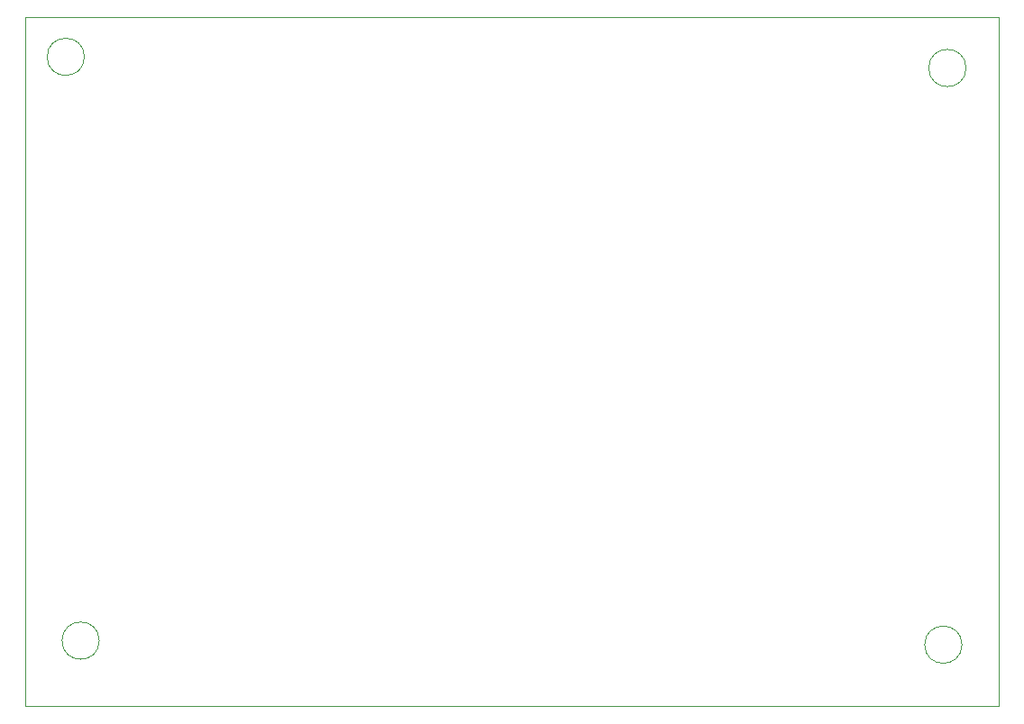
<source format=gbr>
%TF.GenerationSoftware,KiCad,Pcbnew,(6.0.2)*%
%TF.CreationDate,2022-07-14T16:33:34+09:00*%
%TF.ProjectId,Junction,4a756e63-7469-46f6-9e2e-6b696361645f,rev?*%
%TF.SameCoordinates,Original*%
%TF.FileFunction,Profile,NP*%
%FSLAX46Y46*%
G04 Gerber Fmt 4.6, Leading zero omitted, Abs format (unit mm)*
G04 Created by KiCad (PCBNEW (6.0.2)) date 2022-07-14 16:33:34*
%MOMM*%
%LPD*%
G01*
G04 APERTURE LIST*
%TA.AperFunction,Profile*%
%ADD10C,0.100000*%
%TD*%
G04 APERTURE END LIST*
D10*
X134338000Y-61567000D02*
G75*
G03*
X134338000Y-61567000I-1750000J0D01*
G01*
X135735000Y-116459000D02*
G75*
G03*
X135735000Y-116459000I-1750000J0D01*
G01*
X220250000Y-57875000D02*
X128750000Y-57875000D01*
X128750000Y-57875000D02*
X128750000Y-122625000D01*
X128750000Y-122625000D02*
X220250000Y-122625000D01*
X220250000Y-122625000D02*
X220250000Y-57875000D01*
X217142000Y-62617000D02*
G75*
G03*
X217142000Y-62617000I-1750000J0D01*
G01*
X216761000Y-116840000D02*
G75*
G03*
X216761000Y-116840000I-1750000J0D01*
G01*
M02*

</source>
